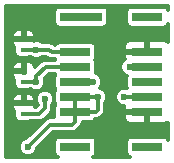
<source format=gtl>
G04 #@! TF.FileFunction,Copper,L1,Top,Signal*
%FSLAX46Y46*%
G04 Gerber Fmt 4.6, Leading zero omitted, Abs format (unit mm)*
G04 Created by KiCad (PCBNEW 4.0.7-e2-6376~58~ubuntu16.04.1) date Thu Aug  2 19:24:01 2018*
%MOMM*%
%LPD*%
G01*
G04 APERTURE LIST*
%ADD10C,0.100000*%
%ADD11R,0.600000X0.400000*%
%ADD12R,3.600000X0.800000*%
%ADD13R,2.600000X0.700000*%
%ADD14R,2.600000X0.800000*%
%ADD15C,0.600000*%
%ADD16C,0.300000*%
%ADD17C,0.351000*%
G04 APERTURE END LIST*
D10*
D11*
X154450000Y-99975000D03*
X154450000Y-100875000D03*
X154450000Y-97275000D03*
X154450000Y-98175000D03*
X154450000Y-94525000D03*
X154450000Y-95425000D03*
D12*
X159325000Y-92675000D03*
D13*
X158825000Y-98175000D03*
X158825000Y-99445000D03*
X158825000Y-100715000D03*
X158825000Y-96905000D03*
X158825000Y-95635000D03*
X164925000Y-95635000D03*
X164925000Y-100715000D03*
X164925000Y-99445000D03*
X164925000Y-98175000D03*
X164925000Y-96905000D03*
D14*
X164925000Y-92675000D03*
X164925000Y-103675000D03*
X158825000Y-103675000D03*
D15*
X160725000Y-99450000D03*
X154800000Y-103675000D03*
X155525000Y-92675000D03*
X162000000Y-94850000D03*
X156250000Y-99625000D03*
X160325000Y-98175000D03*
X155525000Y-98175000D03*
X155525000Y-95425000D03*
X162975000Y-99450000D03*
X163425000Y-96900000D03*
D16*
X158825000Y-100715000D02*
X158825000Y-101525000D01*
X158550000Y-101800000D02*
X156650000Y-101800000D01*
X158825000Y-101525000D02*
X158550000Y-101800000D01*
X158825000Y-100715000D02*
X160535000Y-100715000D01*
X160725000Y-100525000D02*
X160725000Y-99450000D01*
X160535000Y-100715000D02*
X160725000Y-100525000D01*
X158825000Y-99445000D02*
X158825000Y-100715000D01*
X160720000Y-99445000D02*
X158825000Y-99445000D01*
X160725000Y-99450000D02*
X160720000Y-99445000D01*
X156650000Y-101800000D02*
X156650000Y-101825000D01*
X154800000Y-103675000D02*
X156650000Y-101825000D01*
X157760000Y-100715000D02*
X158825000Y-100715000D01*
X154450000Y-99975000D02*
X153325000Y-99975000D01*
X153050000Y-99700000D02*
X153050000Y-96625000D01*
X153325000Y-99975000D02*
X153050000Y-99700000D01*
X154450000Y-97275000D02*
X153700000Y-97275000D01*
X153700000Y-97275000D02*
X153050000Y-96625000D01*
X153225000Y-94525000D02*
X154450000Y-94525000D01*
X153050000Y-96625000D02*
X153050000Y-94700000D01*
X153050000Y-94700000D02*
X153225000Y-94525000D01*
X155525000Y-92675000D02*
X155525000Y-93525000D01*
X155975000Y-93975000D02*
X156475000Y-93975000D01*
X155525000Y-93525000D02*
X155975000Y-93975000D01*
X154450000Y-94525000D02*
X154450000Y-92950000D01*
X154450000Y-92950000D02*
X154725000Y-92675000D01*
X154725000Y-92675000D02*
X155525000Y-92675000D01*
X161125000Y-93975000D02*
X156475000Y-93975000D01*
X162000000Y-94850000D02*
X161125000Y-93975000D01*
X154450000Y-94525000D02*
X154450000Y-94400000D01*
X164925000Y-95635000D02*
X162785000Y-95635000D01*
X162785000Y-95635000D02*
X162000000Y-94850000D01*
X164925000Y-100715000D02*
X162440000Y-100715000D01*
X162665000Y-95635000D02*
X164925000Y-95635000D01*
X161875000Y-96425000D02*
X162665000Y-95635000D01*
X161875000Y-100150000D02*
X161875000Y-96425000D01*
X162440000Y-100715000D02*
X161875000Y-100150000D01*
X154450000Y-100875000D02*
X155775000Y-100875000D01*
X156250000Y-100400000D02*
X156250000Y-99625000D01*
X155775000Y-100875000D02*
X156250000Y-100400000D01*
X158825000Y-98175000D02*
X160325000Y-98175000D01*
X155525000Y-98175000D02*
X155525000Y-97700000D01*
X156320000Y-96905000D02*
X158825000Y-96905000D01*
X155525000Y-97700000D02*
X156320000Y-96905000D01*
X154450000Y-98175000D02*
X155525000Y-98175000D01*
X155525000Y-95425000D02*
X154450000Y-95425000D01*
X155525000Y-95425000D02*
X155525000Y-95425000D01*
X155525000Y-95425000D02*
X156625000Y-95425000D01*
X156625000Y-95425000D02*
X156825000Y-95625000D01*
X156825000Y-95625000D02*
X158815000Y-95625000D01*
X158815000Y-95625000D02*
X158825000Y-95635000D01*
X162980000Y-99445000D02*
X164925000Y-99445000D01*
X162975000Y-99450000D02*
X162980000Y-99445000D01*
X163430000Y-96905000D02*
X164925000Y-96905000D01*
X163425000Y-96900000D02*
X163430000Y-96905000D01*
D17*
G36*
X166649500Y-92056584D02*
X166572519Y-91936953D01*
X166413620Y-91828382D01*
X166225000Y-91790185D01*
X163625000Y-91790185D01*
X163448790Y-91823341D01*
X163286953Y-91927481D01*
X163178382Y-92086380D01*
X163140185Y-92275000D01*
X163140185Y-93075000D01*
X163173341Y-93251210D01*
X163277481Y-93413047D01*
X163436380Y-93521618D01*
X163625000Y-93559815D01*
X166225000Y-93559815D01*
X166401210Y-93526659D01*
X166563047Y-93422519D01*
X166649500Y-93295991D01*
X166649500Y-94742885D01*
X166612171Y-94705556D01*
X166360956Y-94601500D01*
X165174375Y-94601500D01*
X165003500Y-94772375D01*
X165003500Y-95556500D01*
X165023500Y-95556500D01*
X165023500Y-95713500D01*
X165003500Y-95713500D01*
X165003500Y-95733500D01*
X164846500Y-95733500D01*
X164846500Y-95713500D01*
X163112375Y-95713500D01*
X162941500Y-95884375D01*
X162941500Y-96120957D01*
X162990920Y-96240266D01*
X162986288Y-96242180D01*
X162767946Y-96460141D01*
X162649635Y-96745067D01*
X162649366Y-97053580D01*
X162767180Y-97338712D01*
X162985141Y-97557054D01*
X163178211Y-97637223D01*
X163140185Y-97825000D01*
X163140185Y-98525000D01*
X163171596Y-98691935D01*
X163129933Y-98674635D01*
X162821420Y-98674366D01*
X162536288Y-98792180D01*
X162317946Y-99010141D01*
X162199635Y-99295067D01*
X162199366Y-99603580D01*
X162317180Y-99888712D01*
X162535141Y-100107054D01*
X162820067Y-100225365D01*
X162942979Y-100225472D01*
X162941500Y-100229043D01*
X162941500Y-100465625D01*
X163112375Y-100636500D01*
X164846500Y-100636500D01*
X164846500Y-100616500D01*
X165003500Y-100616500D01*
X165003500Y-100636500D01*
X165023500Y-100636500D01*
X165023500Y-100793500D01*
X165003500Y-100793500D01*
X165003500Y-101577625D01*
X165174375Y-101748500D01*
X166360956Y-101748500D01*
X166612171Y-101644444D01*
X166649500Y-101607115D01*
X166649500Y-103056584D01*
X166572519Y-102936953D01*
X166413620Y-102828382D01*
X166225000Y-102790185D01*
X163625000Y-102790185D01*
X163448790Y-102823341D01*
X163286953Y-102927481D01*
X163178382Y-103086380D01*
X163140185Y-103275000D01*
X163140185Y-104075000D01*
X163173341Y-104251210D01*
X163277481Y-104413047D01*
X163436380Y-104521618D01*
X163450612Y-104524500D01*
X160304565Y-104524500D01*
X160463047Y-104422519D01*
X160571618Y-104263620D01*
X160609815Y-104075000D01*
X160609815Y-103275000D01*
X160576659Y-103098790D01*
X160472519Y-102936953D01*
X160313620Y-102828382D01*
X160125000Y-102790185D01*
X157525000Y-102790185D01*
X157348790Y-102823341D01*
X157186953Y-102927481D01*
X157078382Y-103086380D01*
X157040185Y-103275000D01*
X157040185Y-104075000D01*
X157073341Y-104251210D01*
X157177481Y-104413047D01*
X157336380Y-104521618D01*
X157350612Y-104524500D01*
X152975500Y-104524500D01*
X152975500Y-100224375D01*
X153466500Y-100224375D01*
X153466500Y-100310957D01*
X153570557Y-100562172D01*
X153668250Y-100659865D01*
X153665185Y-100675000D01*
X153665185Y-101075000D01*
X153698341Y-101251210D01*
X153802481Y-101413047D01*
X153961380Y-101521618D01*
X154150000Y-101559815D01*
X154750000Y-101559815D01*
X154926210Y-101526659D01*
X154966862Y-101500500D01*
X155775000Y-101500500D01*
X156014369Y-101452887D01*
X156217295Y-101317295D01*
X156692295Y-100842296D01*
X156782894Y-100706704D01*
X156827887Y-100639368D01*
X156875500Y-100400000D01*
X156875500Y-100096358D01*
X156907054Y-100064859D01*
X157025365Y-99779933D01*
X157025634Y-99471420D01*
X156907820Y-99186288D01*
X156689859Y-98967946D01*
X156404933Y-98849635D01*
X156096420Y-98849366D01*
X155811288Y-98967180D01*
X155592946Y-99185141D01*
X155474635Y-99470067D01*
X155474366Y-99778580D01*
X155592180Y-100063712D01*
X155624500Y-100096088D01*
X155624500Y-100140909D01*
X155515910Y-100249500D01*
X155433500Y-100249500D01*
X155433500Y-100224375D01*
X155262625Y-100053500D01*
X154528500Y-100053500D01*
X154528500Y-100073500D01*
X154371500Y-100073500D01*
X154371500Y-100053500D01*
X153637375Y-100053500D01*
X153466500Y-100224375D01*
X152975500Y-100224375D01*
X152975500Y-99639043D01*
X153466500Y-99639043D01*
X153466500Y-99725625D01*
X153637375Y-99896500D01*
X154371500Y-99896500D01*
X154371500Y-99262375D01*
X154528500Y-99262375D01*
X154528500Y-99896500D01*
X155262625Y-99896500D01*
X155433500Y-99725625D01*
X155433500Y-99639043D01*
X155329443Y-99387828D01*
X155137171Y-99195556D01*
X154885956Y-99091500D01*
X154699375Y-99091500D01*
X154528500Y-99262375D01*
X154371500Y-99262375D01*
X154200625Y-99091500D01*
X154014044Y-99091500D01*
X153762829Y-99195556D01*
X153570557Y-99387828D01*
X153466500Y-99639043D01*
X152975500Y-99639043D01*
X152975500Y-96939043D01*
X153466500Y-96939043D01*
X153466500Y-97025625D01*
X153637375Y-97196500D01*
X154371500Y-97196500D01*
X154371500Y-96562375D01*
X154200625Y-96391500D01*
X154014044Y-96391500D01*
X153762829Y-96495556D01*
X153570557Y-96687828D01*
X153466500Y-96939043D01*
X152975500Y-96939043D01*
X152975500Y-94774375D01*
X153466500Y-94774375D01*
X153466500Y-94860957D01*
X153570557Y-95112172D01*
X153668250Y-95209865D01*
X153665185Y-95225000D01*
X153665185Y-95625000D01*
X153698341Y-95801210D01*
X153802481Y-95963047D01*
X153961380Y-96071618D01*
X154150000Y-96109815D01*
X154750000Y-96109815D01*
X154926210Y-96076659D01*
X154966862Y-96050500D01*
X155053642Y-96050500D01*
X155085141Y-96082054D01*
X155370067Y-96200365D01*
X155678580Y-96200634D01*
X155963712Y-96082820D01*
X155996088Y-96050500D01*
X156365910Y-96050500D01*
X156382705Y-96067295D01*
X156585631Y-96202887D01*
X156825000Y-96250500D01*
X157130798Y-96250500D01*
X157143777Y-96270671D01*
X157137745Y-96279500D01*
X156320000Y-96279500D01*
X156080631Y-96327113D01*
X155877705Y-96462705D01*
X155424088Y-96916322D01*
X155329443Y-96687828D01*
X155137171Y-96495556D01*
X154885956Y-96391500D01*
X154699375Y-96391500D01*
X154528500Y-96562375D01*
X154528500Y-97196500D01*
X154548500Y-97196500D01*
X154548500Y-97353500D01*
X154528500Y-97353500D01*
X154528500Y-97373500D01*
X154371500Y-97373500D01*
X154371500Y-97353500D01*
X153637375Y-97353500D01*
X153466500Y-97524375D01*
X153466500Y-97610957D01*
X153570557Y-97862172D01*
X153668250Y-97959865D01*
X153665185Y-97975000D01*
X153665185Y-98375000D01*
X153698341Y-98551210D01*
X153802481Y-98713047D01*
X153961380Y-98821618D01*
X154150000Y-98859815D01*
X154750000Y-98859815D01*
X154926210Y-98826659D01*
X154966862Y-98800500D01*
X155053642Y-98800500D01*
X155085141Y-98832054D01*
X155370067Y-98950365D01*
X155678580Y-98950634D01*
X155963712Y-98832820D01*
X156182054Y-98614859D01*
X156300365Y-98329933D01*
X156300634Y-98021420D01*
X156238513Y-97871077D01*
X156579090Y-97530500D01*
X157137233Y-97530500D01*
X157143777Y-97540671D01*
X157078382Y-97636380D01*
X157040185Y-97825000D01*
X157040185Y-98525000D01*
X157073341Y-98701210D01*
X157143777Y-98810671D01*
X157078382Y-98906380D01*
X157040185Y-99095000D01*
X157040185Y-99795000D01*
X157073341Y-99971210D01*
X157143777Y-100080671D01*
X157078382Y-100176380D01*
X157040185Y-100365000D01*
X157040185Y-101065000D01*
X157060789Y-101174500D01*
X156650000Y-101174500D01*
X156410632Y-101222113D01*
X156207705Y-101357705D01*
X156157363Y-101433047D01*
X154691005Y-102899405D01*
X154646420Y-102899366D01*
X154361288Y-103017180D01*
X154142946Y-103235141D01*
X154024635Y-103520067D01*
X154024366Y-103828580D01*
X154142180Y-104113712D01*
X154360141Y-104332054D01*
X154645067Y-104450365D01*
X154953580Y-104450634D01*
X155238712Y-104332820D01*
X155457054Y-104114859D01*
X155575365Y-103829933D01*
X155575405Y-103784185D01*
X156934090Y-102425500D01*
X158550000Y-102425500D01*
X158789369Y-102377887D01*
X158992295Y-102242295D01*
X159267295Y-101967295D01*
X159402887Y-101764369D01*
X159445564Y-101549815D01*
X160125000Y-101549815D01*
X160301210Y-101516659D01*
X160463047Y-101412519D01*
X160512255Y-101340500D01*
X160535000Y-101340500D01*
X160774369Y-101292887D01*
X160977295Y-101157295D01*
X161167296Y-100967295D01*
X161169247Y-100964375D01*
X162941500Y-100964375D01*
X162941500Y-101200957D01*
X163045557Y-101452172D01*
X163237829Y-101644444D01*
X163489044Y-101748500D01*
X164675625Y-101748500D01*
X164846500Y-101577625D01*
X164846500Y-100793500D01*
X163112375Y-100793500D01*
X162941500Y-100964375D01*
X161169247Y-100964375D01*
X161302887Y-100764369D01*
X161350500Y-100525000D01*
X161350500Y-99921358D01*
X161382054Y-99889859D01*
X161500365Y-99604933D01*
X161500634Y-99296420D01*
X161382820Y-99011288D01*
X161164859Y-98792946D01*
X160909765Y-98687022D01*
X160982054Y-98614859D01*
X161100365Y-98329933D01*
X161100634Y-98021420D01*
X160982820Y-97736288D01*
X160764859Y-97517946D01*
X160572723Y-97438164D01*
X160609815Y-97255000D01*
X160609815Y-96555000D01*
X160576659Y-96378790D01*
X160506223Y-96269329D01*
X160571618Y-96173620D01*
X160609815Y-95985000D01*
X160609815Y-95285000D01*
X160584234Y-95149043D01*
X162941500Y-95149043D01*
X162941500Y-95385625D01*
X163112375Y-95556500D01*
X164846500Y-95556500D01*
X164846500Y-94772375D01*
X164675625Y-94601500D01*
X163489044Y-94601500D01*
X163237829Y-94705556D01*
X163045557Y-94897828D01*
X162941500Y-95149043D01*
X160584234Y-95149043D01*
X160576659Y-95108790D01*
X160472519Y-94946953D01*
X160313620Y-94838382D01*
X160125000Y-94800185D01*
X157525000Y-94800185D01*
X157348790Y-94833341D01*
X157186953Y-94937481D01*
X157144577Y-94999500D01*
X157084090Y-94999500D01*
X157067295Y-94982705D01*
X156864369Y-94847113D01*
X156625000Y-94799500D01*
X155996358Y-94799500D01*
X155964859Y-94767946D01*
X155679933Y-94649635D01*
X155371420Y-94649366D01*
X155326890Y-94667765D01*
X155262625Y-94603500D01*
X154528500Y-94603500D01*
X154528500Y-94623500D01*
X154371500Y-94623500D01*
X154371500Y-94603500D01*
X153637375Y-94603500D01*
X153466500Y-94774375D01*
X152975500Y-94774375D01*
X152975500Y-94189043D01*
X153466500Y-94189043D01*
X153466500Y-94275625D01*
X153637375Y-94446500D01*
X154371500Y-94446500D01*
X154371500Y-93812375D01*
X154528500Y-93812375D01*
X154528500Y-94446500D01*
X155262625Y-94446500D01*
X155433500Y-94275625D01*
X155433500Y-94189043D01*
X155329443Y-93937828D01*
X155137171Y-93745556D01*
X154885956Y-93641500D01*
X154699375Y-93641500D01*
X154528500Y-93812375D01*
X154371500Y-93812375D01*
X154200625Y-93641500D01*
X154014044Y-93641500D01*
X153762829Y-93745556D01*
X153570557Y-93937828D01*
X153466500Y-94189043D01*
X152975500Y-94189043D01*
X152975500Y-92275000D01*
X157040185Y-92275000D01*
X157040185Y-93075000D01*
X157073341Y-93251210D01*
X157177481Y-93413047D01*
X157336380Y-93521618D01*
X157525000Y-93559815D01*
X161125000Y-93559815D01*
X161301210Y-93526659D01*
X161463047Y-93422519D01*
X161571618Y-93263620D01*
X161609815Y-93075000D01*
X161609815Y-92275000D01*
X161576659Y-92098790D01*
X161472519Y-91936953D01*
X161313620Y-91828382D01*
X161125000Y-91790185D01*
X157525000Y-91790185D01*
X157348790Y-91823341D01*
X157186953Y-91927481D01*
X157078382Y-92086380D01*
X157040185Y-92275000D01*
X152975500Y-92275000D01*
X152975500Y-91750500D01*
X166649500Y-91750500D01*
X166649500Y-92056584D01*
X166649500Y-92056584D01*
G37*
X166649500Y-92056584D02*
X166572519Y-91936953D01*
X166413620Y-91828382D01*
X166225000Y-91790185D01*
X163625000Y-91790185D01*
X163448790Y-91823341D01*
X163286953Y-91927481D01*
X163178382Y-92086380D01*
X163140185Y-92275000D01*
X163140185Y-93075000D01*
X163173341Y-93251210D01*
X163277481Y-93413047D01*
X163436380Y-93521618D01*
X163625000Y-93559815D01*
X166225000Y-93559815D01*
X166401210Y-93526659D01*
X166563047Y-93422519D01*
X166649500Y-93295991D01*
X166649500Y-94742885D01*
X166612171Y-94705556D01*
X166360956Y-94601500D01*
X165174375Y-94601500D01*
X165003500Y-94772375D01*
X165003500Y-95556500D01*
X165023500Y-95556500D01*
X165023500Y-95713500D01*
X165003500Y-95713500D01*
X165003500Y-95733500D01*
X164846500Y-95733500D01*
X164846500Y-95713500D01*
X163112375Y-95713500D01*
X162941500Y-95884375D01*
X162941500Y-96120957D01*
X162990920Y-96240266D01*
X162986288Y-96242180D01*
X162767946Y-96460141D01*
X162649635Y-96745067D01*
X162649366Y-97053580D01*
X162767180Y-97338712D01*
X162985141Y-97557054D01*
X163178211Y-97637223D01*
X163140185Y-97825000D01*
X163140185Y-98525000D01*
X163171596Y-98691935D01*
X163129933Y-98674635D01*
X162821420Y-98674366D01*
X162536288Y-98792180D01*
X162317946Y-99010141D01*
X162199635Y-99295067D01*
X162199366Y-99603580D01*
X162317180Y-99888712D01*
X162535141Y-100107054D01*
X162820067Y-100225365D01*
X162942979Y-100225472D01*
X162941500Y-100229043D01*
X162941500Y-100465625D01*
X163112375Y-100636500D01*
X164846500Y-100636500D01*
X164846500Y-100616500D01*
X165003500Y-100616500D01*
X165003500Y-100636500D01*
X165023500Y-100636500D01*
X165023500Y-100793500D01*
X165003500Y-100793500D01*
X165003500Y-101577625D01*
X165174375Y-101748500D01*
X166360956Y-101748500D01*
X166612171Y-101644444D01*
X166649500Y-101607115D01*
X166649500Y-103056584D01*
X166572519Y-102936953D01*
X166413620Y-102828382D01*
X166225000Y-102790185D01*
X163625000Y-102790185D01*
X163448790Y-102823341D01*
X163286953Y-102927481D01*
X163178382Y-103086380D01*
X163140185Y-103275000D01*
X163140185Y-104075000D01*
X163173341Y-104251210D01*
X163277481Y-104413047D01*
X163436380Y-104521618D01*
X163450612Y-104524500D01*
X160304565Y-104524500D01*
X160463047Y-104422519D01*
X160571618Y-104263620D01*
X160609815Y-104075000D01*
X160609815Y-103275000D01*
X160576659Y-103098790D01*
X160472519Y-102936953D01*
X160313620Y-102828382D01*
X160125000Y-102790185D01*
X157525000Y-102790185D01*
X157348790Y-102823341D01*
X157186953Y-102927481D01*
X157078382Y-103086380D01*
X157040185Y-103275000D01*
X157040185Y-104075000D01*
X157073341Y-104251210D01*
X157177481Y-104413047D01*
X157336380Y-104521618D01*
X157350612Y-104524500D01*
X152975500Y-104524500D01*
X152975500Y-100224375D01*
X153466500Y-100224375D01*
X153466500Y-100310957D01*
X153570557Y-100562172D01*
X153668250Y-100659865D01*
X153665185Y-100675000D01*
X153665185Y-101075000D01*
X153698341Y-101251210D01*
X153802481Y-101413047D01*
X153961380Y-101521618D01*
X154150000Y-101559815D01*
X154750000Y-101559815D01*
X154926210Y-101526659D01*
X154966862Y-101500500D01*
X155775000Y-101500500D01*
X156014369Y-101452887D01*
X156217295Y-101317295D01*
X156692295Y-100842296D01*
X156782894Y-100706704D01*
X156827887Y-100639368D01*
X156875500Y-100400000D01*
X156875500Y-100096358D01*
X156907054Y-100064859D01*
X157025365Y-99779933D01*
X157025634Y-99471420D01*
X156907820Y-99186288D01*
X156689859Y-98967946D01*
X156404933Y-98849635D01*
X156096420Y-98849366D01*
X155811288Y-98967180D01*
X155592946Y-99185141D01*
X155474635Y-99470067D01*
X155474366Y-99778580D01*
X155592180Y-100063712D01*
X155624500Y-100096088D01*
X155624500Y-100140909D01*
X155515910Y-100249500D01*
X155433500Y-100249500D01*
X155433500Y-100224375D01*
X155262625Y-100053500D01*
X154528500Y-100053500D01*
X154528500Y-100073500D01*
X154371500Y-100073500D01*
X154371500Y-100053500D01*
X153637375Y-100053500D01*
X153466500Y-100224375D01*
X152975500Y-100224375D01*
X152975500Y-99639043D01*
X153466500Y-99639043D01*
X153466500Y-99725625D01*
X153637375Y-99896500D01*
X154371500Y-99896500D01*
X154371500Y-99262375D01*
X154528500Y-99262375D01*
X154528500Y-99896500D01*
X155262625Y-99896500D01*
X155433500Y-99725625D01*
X155433500Y-99639043D01*
X155329443Y-99387828D01*
X155137171Y-99195556D01*
X154885956Y-99091500D01*
X154699375Y-99091500D01*
X154528500Y-99262375D01*
X154371500Y-99262375D01*
X154200625Y-99091500D01*
X154014044Y-99091500D01*
X153762829Y-99195556D01*
X153570557Y-99387828D01*
X153466500Y-99639043D01*
X152975500Y-99639043D01*
X152975500Y-96939043D01*
X153466500Y-96939043D01*
X153466500Y-97025625D01*
X153637375Y-97196500D01*
X154371500Y-97196500D01*
X154371500Y-96562375D01*
X154200625Y-96391500D01*
X154014044Y-96391500D01*
X153762829Y-96495556D01*
X153570557Y-96687828D01*
X153466500Y-96939043D01*
X152975500Y-96939043D01*
X152975500Y-94774375D01*
X153466500Y-94774375D01*
X153466500Y-94860957D01*
X153570557Y-95112172D01*
X153668250Y-95209865D01*
X153665185Y-95225000D01*
X153665185Y-95625000D01*
X153698341Y-95801210D01*
X153802481Y-95963047D01*
X153961380Y-96071618D01*
X154150000Y-96109815D01*
X154750000Y-96109815D01*
X154926210Y-96076659D01*
X154966862Y-96050500D01*
X155053642Y-96050500D01*
X155085141Y-96082054D01*
X155370067Y-96200365D01*
X155678580Y-96200634D01*
X155963712Y-96082820D01*
X155996088Y-96050500D01*
X156365910Y-96050500D01*
X156382705Y-96067295D01*
X156585631Y-96202887D01*
X156825000Y-96250500D01*
X157130798Y-96250500D01*
X157143777Y-96270671D01*
X157137745Y-96279500D01*
X156320000Y-96279500D01*
X156080631Y-96327113D01*
X155877705Y-96462705D01*
X155424088Y-96916322D01*
X155329443Y-96687828D01*
X155137171Y-96495556D01*
X154885956Y-96391500D01*
X154699375Y-96391500D01*
X154528500Y-96562375D01*
X154528500Y-97196500D01*
X154548500Y-97196500D01*
X154548500Y-97353500D01*
X154528500Y-97353500D01*
X154528500Y-97373500D01*
X154371500Y-97373500D01*
X154371500Y-97353500D01*
X153637375Y-97353500D01*
X153466500Y-97524375D01*
X153466500Y-97610957D01*
X153570557Y-97862172D01*
X153668250Y-97959865D01*
X153665185Y-97975000D01*
X153665185Y-98375000D01*
X153698341Y-98551210D01*
X153802481Y-98713047D01*
X153961380Y-98821618D01*
X154150000Y-98859815D01*
X154750000Y-98859815D01*
X154926210Y-98826659D01*
X154966862Y-98800500D01*
X155053642Y-98800500D01*
X155085141Y-98832054D01*
X155370067Y-98950365D01*
X155678580Y-98950634D01*
X155963712Y-98832820D01*
X156182054Y-98614859D01*
X156300365Y-98329933D01*
X156300634Y-98021420D01*
X156238513Y-97871077D01*
X156579090Y-97530500D01*
X157137233Y-97530500D01*
X157143777Y-97540671D01*
X157078382Y-97636380D01*
X157040185Y-97825000D01*
X157040185Y-98525000D01*
X157073341Y-98701210D01*
X157143777Y-98810671D01*
X157078382Y-98906380D01*
X157040185Y-99095000D01*
X157040185Y-99795000D01*
X157073341Y-99971210D01*
X157143777Y-100080671D01*
X157078382Y-100176380D01*
X157040185Y-100365000D01*
X157040185Y-101065000D01*
X157060789Y-101174500D01*
X156650000Y-101174500D01*
X156410632Y-101222113D01*
X156207705Y-101357705D01*
X156157363Y-101433047D01*
X154691005Y-102899405D01*
X154646420Y-102899366D01*
X154361288Y-103017180D01*
X154142946Y-103235141D01*
X154024635Y-103520067D01*
X154024366Y-103828580D01*
X154142180Y-104113712D01*
X154360141Y-104332054D01*
X154645067Y-104450365D01*
X154953580Y-104450634D01*
X155238712Y-104332820D01*
X155457054Y-104114859D01*
X155575365Y-103829933D01*
X155575405Y-103784185D01*
X156934090Y-102425500D01*
X158550000Y-102425500D01*
X158789369Y-102377887D01*
X158992295Y-102242295D01*
X159267295Y-101967295D01*
X159402887Y-101764369D01*
X159445564Y-101549815D01*
X160125000Y-101549815D01*
X160301210Y-101516659D01*
X160463047Y-101412519D01*
X160512255Y-101340500D01*
X160535000Y-101340500D01*
X160774369Y-101292887D01*
X160977295Y-101157295D01*
X161167296Y-100967295D01*
X161169247Y-100964375D01*
X162941500Y-100964375D01*
X162941500Y-101200957D01*
X163045557Y-101452172D01*
X163237829Y-101644444D01*
X163489044Y-101748500D01*
X164675625Y-101748500D01*
X164846500Y-101577625D01*
X164846500Y-100793500D01*
X163112375Y-100793500D01*
X162941500Y-100964375D01*
X161169247Y-100964375D01*
X161302887Y-100764369D01*
X161350500Y-100525000D01*
X161350500Y-99921358D01*
X161382054Y-99889859D01*
X161500365Y-99604933D01*
X161500634Y-99296420D01*
X161382820Y-99011288D01*
X161164859Y-98792946D01*
X160909765Y-98687022D01*
X160982054Y-98614859D01*
X161100365Y-98329933D01*
X161100634Y-98021420D01*
X160982820Y-97736288D01*
X160764859Y-97517946D01*
X160572723Y-97438164D01*
X160609815Y-97255000D01*
X160609815Y-96555000D01*
X160576659Y-96378790D01*
X160506223Y-96269329D01*
X160571618Y-96173620D01*
X160609815Y-95985000D01*
X160609815Y-95285000D01*
X160584234Y-95149043D01*
X162941500Y-95149043D01*
X162941500Y-95385625D01*
X163112375Y-95556500D01*
X164846500Y-95556500D01*
X164846500Y-94772375D01*
X164675625Y-94601500D01*
X163489044Y-94601500D01*
X163237829Y-94705556D01*
X163045557Y-94897828D01*
X162941500Y-95149043D01*
X160584234Y-95149043D01*
X160576659Y-95108790D01*
X160472519Y-94946953D01*
X160313620Y-94838382D01*
X160125000Y-94800185D01*
X157525000Y-94800185D01*
X157348790Y-94833341D01*
X157186953Y-94937481D01*
X157144577Y-94999500D01*
X157084090Y-94999500D01*
X157067295Y-94982705D01*
X156864369Y-94847113D01*
X156625000Y-94799500D01*
X155996358Y-94799500D01*
X155964859Y-94767946D01*
X155679933Y-94649635D01*
X155371420Y-94649366D01*
X155326890Y-94667765D01*
X155262625Y-94603500D01*
X154528500Y-94603500D01*
X154528500Y-94623500D01*
X154371500Y-94623500D01*
X154371500Y-94603500D01*
X153637375Y-94603500D01*
X153466500Y-94774375D01*
X152975500Y-94774375D01*
X152975500Y-94189043D01*
X153466500Y-94189043D01*
X153466500Y-94275625D01*
X153637375Y-94446500D01*
X154371500Y-94446500D01*
X154371500Y-93812375D01*
X154528500Y-93812375D01*
X154528500Y-94446500D01*
X155262625Y-94446500D01*
X155433500Y-94275625D01*
X155433500Y-94189043D01*
X155329443Y-93937828D01*
X155137171Y-93745556D01*
X154885956Y-93641500D01*
X154699375Y-93641500D01*
X154528500Y-93812375D01*
X154371500Y-93812375D01*
X154200625Y-93641500D01*
X154014044Y-93641500D01*
X153762829Y-93745556D01*
X153570557Y-93937828D01*
X153466500Y-94189043D01*
X152975500Y-94189043D01*
X152975500Y-92275000D01*
X157040185Y-92275000D01*
X157040185Y-93075000D01*
X157073341Y-93251210D01*
X157177481Y-93413047D01*
X157336380Y-93521618D01*
X157525000Y-93559815D01*
X161125000Y-93559815D01*
X161301210Y-93526659D01*
X161463047Y-93422519D01*
X161571618Y-93263620D01*
X161609815Y-93075000D01*
X161609815Y-92275000D01*
X161576659Y-92098790D01*
X161472519Y-91936953D01*
X161313620Y-91828382D01*
X161125000Y-91790185D01*
X157525000Y-91790185D01*
X157348790Y-91823341D01*
X157186953Y-91927481D01*
X157078382Y-92086380D01*
X157040185Y-92275000D01*
X152975500Y-92275000D01*
X152975500Y-91750500D01*
X166649500Y-91750500D01*
X166649500Y-92056584D01*
M02*

</source>
